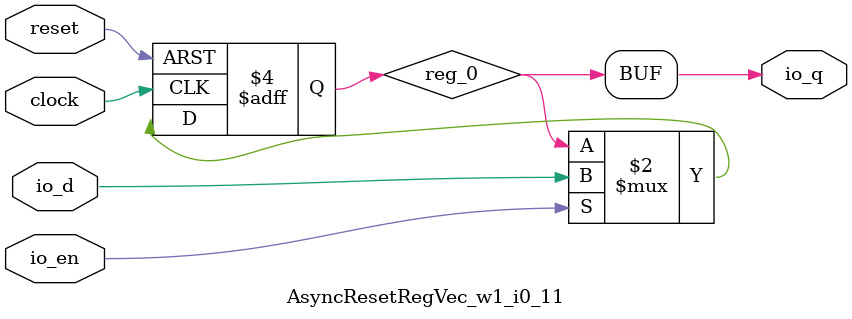
<source format=sv>
`ifndef RANDOMIZE
  `ifdef RANDOMIZE_MEM_INIT
    `define RANDOMIZE
  `endif // RANDOMIZE_MEM_INIT
`endif // not def RANDOMIZE
`ifndef RANDOMIZE
  `ifdef RANDOMIZE_REG_INIT
    `define RANDOMIZE
  `endif // RANDOMIZE_REG_INIT
`endif // not def RANDOMIZE

`ifndef RANDOM
  `define RANDOM $random
`endif // not def RANDOM

// Users can define INIT_RANDOM as general code that gets injected into the
// initializer block for modules with registers.
`ifndef INIT_RANDOM
  `define INIT_RANDOM
`endif // not def INIT_RANDOM

// If using random initialization, you can also define RANDOMIZE_DELAY to
// customize the delay used, otherwise 0.002 is used.
`ifndef RANDOMIZE_DELAY
  `define RANDOMIZE_DELAY 0.002
`endif // not def RANDOMIZE_DELAY

// Define INIT_RANDOM_PROLOG_ for use in our modules below.
`ifndef INIT_RANDOM_PROLOG_
  `ifdef RANDOMIZE
    `ifdef VERILATOR
      `define INIT_RANDOM_PROLOG_ `INIT_RANDOM
    `else  // VERILATOR
      `define INIT_RANDOM_PROLOG_ `INIT_RANDOM #`RANDOMIZE_DELAY begin end
    `endif // VERILATOR
  `else  // RANDOMIZE
    `define INIT_RANDOM_PROLOG_
  `endif // RANDOMIZE
`endif // not def INIT_RANDOM_PROLOG_

// Include register initializers in init blocks unless synthesis is set
`ifndef SYNTHESIS
  `ifndef ENABLE_INITIAL_REG_
    `define ENABLE_INITIAL_REG_
  `endif // not def ENABLE_INITIAL_REG_
`endif // not def SYNTHESIS

// Include rmemory initializers in init blocks unless synthesis is set
`ifndef SYNTHESIS
  `ifndef ENABLE_INITIAL_MEM_
    `define ENABLE_INITIAL_MEM_
  `endif // not def ENABLE_INITIAL_MEM_
`endif // not def SYNTHESIS

// Standard header to adapt well known macros for prints and assertions.

// Users can define 'PRINTF_COND' to add an extra gate to prints.
`ifndef PRINTF_COND_
  `ifdef PRINTF_COND
    `define PRINTF_COND_ (`PRINTF_COND)
  `else  // PRINTF_COND
    `define PRINTF_COND_ 1
  `endif // PRINTF_COND
`endif // not def PRINTF_COND_

// Users can define 'ASSERT_VERBOSE_COND' to add an extra gate to assert error printing.
`ifndef ASSERT_VERBOSE_COND_
  `ifdef ASSERT_VERBOSE_COND
    `define ASSERT_VERBOSE_COND_ (`ASSERT_VERBOSE_COND)
  `else  // ASSERT_VERBOSE_COND
    `define ASSERT_VERBOSE_COND_ 1
  `endif // ASSERT_VERBOSE_COND
`endif // not def ASSERT_VERBOSE_COND_

// Users can define 'STOP_COND' to add an extra gate to stop conditions.
`ifndef STOP_COND_
  `ifdef STOP_COND
    `define STOP_COND_ (`STOP_COND)
  `else  // STOP_COND
    `define STOP_COND_ 1
  `endif // STOP_COND
`endif // not def STOP_COND_

module AsyncResetRegVec_w1_i0_11(
  input  clock,
         reset,
         io_d,	// @[generators/rocket-chip/src/main/scala/util/AsyncResetReg.scala:59:14]
  output io_q,	// @[generators/rocket-chip/src/main/scala/util/AsyncResetReg.scala:59:14]
  input  io_en	// @[generators/rocket-chip/src/main/scala/util/AsyncResetReg.scala:59:14]
);

  reg reg_0;	// @[generators/rocket-chip/src/main/scala/util/AsyncResetReg.scala:61:50]
  always @(posedge clock or posedge reset) begin
    if (reset)
      reg_0 <= 1'h0;	// @[generators/rocket-chip/src/main/scala/util/AsyncResetReg.scala:61:50]
    else if (io_en)	// @[generators/rocket-chip/src/main/scala/util/AsyncResetReg.scala:59:14]
      reg_0 <= io_d;	// @[generators/rocket-chip/src/main/scala/util/AsyncResetReg.scala:61:50]
  end // always @(posedge, posedge)
  `ifdef ENABLE_INITIAL_REG_
    `ifdef FIRRTL_BEFORE_INITIAL
      `FIRRTL_BEFORE_INITIAL
    `endif // FIRRTL_BEFORE_INITIAL
    logic [31:0] _RANDOM[0:0];
    initial begin
      `ifdef INIT_RANDOM_PROLOG_
        `INIT_RANDOM_PROLOG_
      `endif // INIT_RANDOM_PROLOG_
      `ifdef RANDOMIZE_REG_INIT
        _RANDOM[/*Zero width*/ 1'b0] = `RANDOM;
        reg_0 = _RANDOM[/*Zero width*/ 1'b0][0];	// @[generators/rocket-chip/src/main/scala/util/AsyncResetReg.scala:61:50]
      `endif // RANDOMIZE_REG_INIT
      if (reset)
        reg_0 = 1'h0;	// @[generators/rocket-chip/src/main/scala/util/AsyncResetReg.scala:61:50]
    end // initial
    `ifdef FIRRTL_AFTER_INITIAL
      `FIRRTL_AFTER_INITIAL
    `endif // FIRRTL_AFTER_INITIAL
  `endif // ENABLE_INITIAL_REG_
  assign io_q = reg_0;	// @[generators/rocket-chip/src/main/scala/util/AsyncResetReg.scala:61:50]
endmodule


</source>
